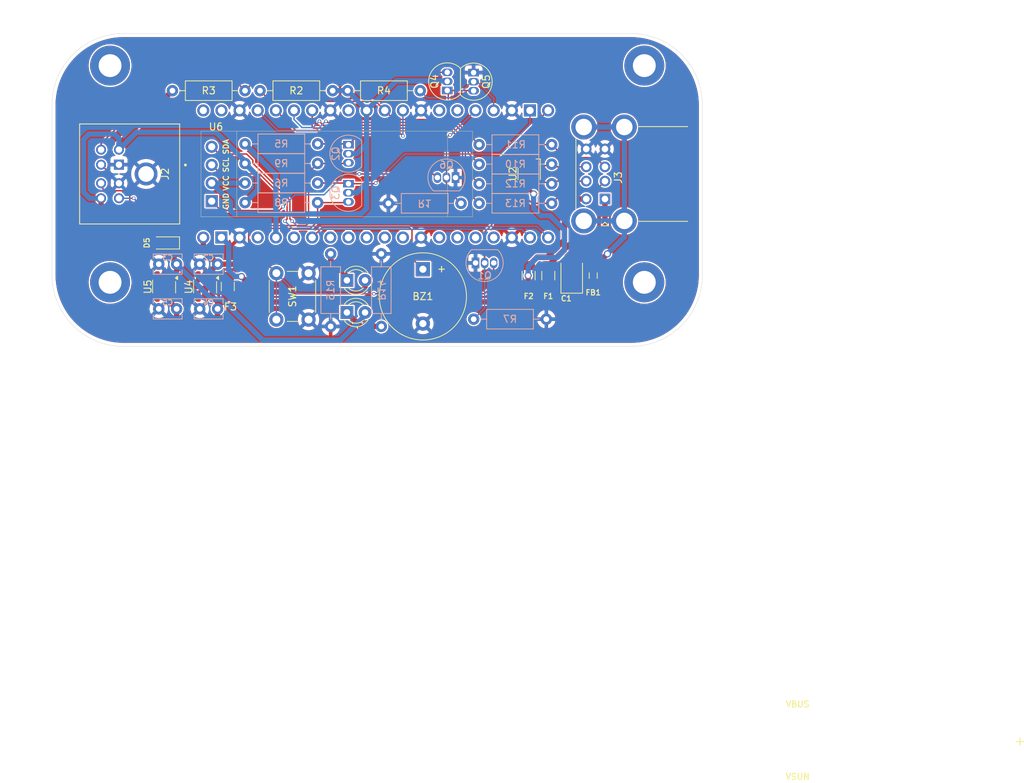
<source format=kicad_pcb>
(kicad_pcb (version 20240108) (generator "pcbnew") (generator_version "8.0")
  (layers (0 "F.Cu" signal) (31 "B.Cu" signal) (34 "B.Paste" user) (35 "F.Paste" user) (36 "B.SilkS" user "B.Silkscreen") (37 "F.SilkS" user "F.Silkscreen") (38 "B.Mask" user) (39 "F.Mask" user) (44 "Edge.Cuts" user))
  (net 0 "")
  (net 1 "/BUZZER")
  (net 2 "GND")
  (net 3 "+5V")
  (net 4 "VBUS")
  (net 5 "VSUN")
  (net 6 "/VRAW")
  (net 7 "Net-(D1-K)")
  (net 8 "Net-(D4-K)")
  (net 9 "/VBUS1")
  (net 10 "/VBUS2")
  (net 11 "GNDPWR")
  (net 21 "/SPOWER")
  (net 22 "/KRX")
  (net 23 "/KTX")
  (net 24 "/MTX")
  (net 25 "/D2-")
  (net 26 "/D1+")
  (net 27 "/D1-")
  (net 28 "/D2+")
  (net 29 "+3V3")
  (net 30 "/INT_KTX")
  (net 31 "/INT_KRX")
  (net 32 "/INT_MTX")
  (net 33 "/INT_SPOWER")
  (net 34 "/KTX_ENABLE#")
  (net 35 "/DISPLAY_GND")
  (net 36 "/DISPLAY_ENABLE")
  (net 37 "/INT_D2+")
  (net 38 "/INT_D2-")
  (net 39 "/INT_D1+")
  (net 40 "/INT_D1-")
  (net 44 "/DISPLAY_SDA")
  (net 48 "/DISPLAY_SCL")
  (net 50 "/UART_TX")
  (net 51 "/UART_RX")
  (footprint "Resistor_THT:R_Axial_DIN0207_L6.3mm_D2.5mm_P10.16mm_Horizontal" (layer "F.Cu") (at 97.35 48.2484 180)
    (property "Reference" "R2")
    (property "Value" "20kΩ")
  )
  (footprint "MountingHole:MountingHole_3.2mm_M3_DIN965_Pad_TopBottom" (layer "F.Cu") (at 66.204 75.071002)
    (property "Reference" "H4" (hide yes))
    (property "Value" "MountingHole")
  )
  (footprint "Fuse:Fuse_1206_3216Metric" (layer "F.Cu") (at 127.532 74.131 -90)
    (property "Reference" "F1")
    (property "Value" "500mA")
  )
  (footprint "Package_TO_SOT_THT:TO-92_Inline" (layer "F.Cu") (at 117.078478 45.721478 -90)
    (property "Reference" "Q5")
    (property "Value" "2N7000")
  )
  (footprint "MountingHole:MountingHole_3.2mm_M3_DIN965_Pad_TopBottom" (layer "F.Cu") (at 66.204 44.742998)
    (property "Reference" "H3" (hide yes))
    (property "Value" "MountingHole")
  )
  (footprint "Resistor_THT:R_Axial_DIN0207_L6.3mm_D2.5mm_P10.16mm_Horizontal" (layer "F.Cu") (at 99.45 48.2484)
    (property "Reference" "R4")
    (property "Value" "20kΩ")
  )
  (footprint "Resistor_THT:R_Axial_DIN0207_L6.3mm_D2.5mm_P10.16mm_Horizontal" (layer "F.Cu") (at 74.93 48.2484)
    (property "Reference" "R3")
    (property "Value" "20kΩ")
  )
  (footprint "MountingHole:MountingHole_3.2mm_M3_DIN965_Pad_TopBottom" (layer "F.Cu") (at 140.97 75.071002)
    (property "Reference" "H2" (hide yes))
    (property "Value" "MountingHole")
  )
  (footprint "marbastlib-various:SOT-23-6-routable" (layer "F.Cu") (at 124.860285 59.907002 -90)
    (property "Reference" "U2")
    (property "Value" "SRV05-4")
  )
  (footprint "Buzzer_Beeper:Buzzer_12x9.5RM7.6" (layer "F.Cu") (at 109.982 73.242 -90)
    (property "Reference" "BZ1")
    (property "Value" "SEA-1285F")
  )
  (footprint "Fuse:Fuse_1206_3216Metric" (layer "F.Cu") (at 124.784 74.131 -90)
    (property "Reference" "F2")
    (property "Value" "500mA")
  )
  (footprint "Package_TO_SOT_THT:TO-92_Inline" (layer "F.Cu") (at 113.39 48.223 90)
    (property "Reference" "Q4")
    (property "Value" "2N7000")
  )
  (footprint "Connector_USB:USB_A_CUI_UJ2-ADH-TH_Horizontal_Stacked" (layer "F.Cu") (at 135.462 63.407002 180)
    (property "Reference" "J3")
    (property "Value" "USB-U267-BWS")
  )
  (footprint "Inductor_SMD:L_0805_2012Metric" (layer "F.Cu") (at 133.818 74.131 -90)
    (property "Reference" "FB1")
    (property "Value" "GZ2012D601TF")
  )
  (footprint "Diode_SMD:D_SOD-323_HandSoldering" (layer "F.Cu") (at 73.914 69.559 180)
    (property "Reference" "D5")
    (property "Value" "SDD32C05L01")
  )
  (footprint "KiCad-SSD1306-0.91-OLED-4pin-128x32:SSD1306-0.91-OLED-4pin-128x32" (layer "F.Cu") (at 116.929 65.907 180)
    (property "Reference" "U6")
    (property "Value" "~")
  )
  (footprint "LED_THT:LED_D3.0mm" (layer "F.Cu") (at 99.345 79.292)
    (property "Reference" "D4" (hide yes))
    (property "Value" "~")
  )
  (footprint "MountingHole:MountingHole_3.2mm_M3_DIN965_Pad_TopBottom" (layer "F.Cu") (at 140.97 44.743002)
    (property "Reference" "H1" (hide yes))
    (property "Value" "MountingHole")
  )
  (footprint "Package_TO_SOT_SMD:SOT-23-5_HandSoldering" (layer "F.Cu") (at 73.77 75.655 -90)
    (property "Reference" "U5")
    (property "Value" "MAX40200AUK")
  )
  (footprint "Fuse:Fuse_1206_3216Metric" (layer "F.Cu") (at 82.677 75.655 90)
    (property "Reference" "F3")
    (property "Value" "1A5")
  )
  (footprint "Button_Switch_THT:SW_PUSH_6mm_H4.3mm" (layer "F.Cu") (at 93.98 73.787 -90)
    (property "Reference" "SW1")
    (property "Value" "TS665CJ")
  )
  (footprint "Capacitor_Tantalum_SMD:CP_EIA-3528-21_Kemet-B" (layer "F.Cu") (at 130.81 74.131 90)
    (property "Reference" "C1")
    (property "Value" "100uF")
  )
  (footprint "Package_TO_SOT_SMD:SOT-23-5_HandSoldering" (layer "F.Cu") (at 79.502 75.655 -90)
    (property "Reference" "U4")
    (property "Value" "MAX40200AUK")
  )
  (footprint "LED_THT:LED_D3.0mm" (layer "F.Cu") (at 99.345 74.792)
    (property "Reference" "D1" (hide yes))
    (property "Value" "~")
  )
  (footprint "usb3sun:Altronics_P1108_8918-P8B" (layer "F.Cu") (at 75.946 59.907 90)
    (property "Reference" "J2")
    (property "Value" "8918-P8B")
  )
  (footprint "Resistor_THT:R_Axial_DIN0207_L6.3mm_D2.5mm_P10.16mm_Horizontal" (layer "B.Cu") (at 85.09 55.697)
    (property "Reference" "R5")
    (property "Value" "20kΩ")
  )
  (footprint "Package_TO_SOT_THT:TO-92_Inline" (layer "B.Cu") (at 99.566 55.807 -90)
    (property "Reference" "Q2")
    (property "Value" "2N7000")
  )
  (footprint "Resistor_THT:R_Axial_DIN0207_L6.3mm_D2.5mm_P10.16mm_Horizontal" (layer "B.Cu") (at 128.010285 64.017002 180)
    (property "Reference" "R13")
    (property "Value" "22Ω")
  )
  (footprint "Package_TO_SOT_THT:TO-92_Inline" (layer "B.Cu") (at 99.566 61.267 -90)
    (property "Reference" "Q3")
    (property "Value" "2N7000")
  )
  (footprint "Resistor_THT:R_Axial_DIN0207_L6.3mm_D2.5mm_P10.16mm_Horizontal" (layer "B.Cu") (at 128.010285 55.797002 180)
    (property "Reference" "R11")
    (property "Value" "22Ω")
  )
  (footprint "Capacitor_THT:C_Disc_D3.8mm_W2.6mm_P2.50mm" (layer "B.Cu") (at 81.252 72.5253 180)
    (property "Reference" "C2")
    (property "Value" "330pF")
  )
  (footprint "Resistor_THT:R_Axial_DIN0207_L6.3mm_D2.5mm_P10.16mm_Horizontal" (layer "B.Cu") (at 85.09 58.437)
    (property "Reference" "R9")
    (property "Value" "20kΩ")
  )
  (footprint "Capacitor_THT:C_Disc_D3.8mm_W2.6mm_P2.50mm" (layer "B.Cu") (at 81.252 78.7847 180)
    (property "Reference" "C4")
    (property "Value" "330pF")
  )
  (footprint "Package_TO_SOT_THT:TO-92_Inline" (layer "B.Cu") (at 114.554 60.415 180)
    (property "Reference" "Q6")
    (property "Value" "2N7000")
  )
  (footprint "CustomFootprints:Pico-BlackPill_Textless" (layer "B.Cu") (at 103.378 59.907 -90)
    (property "Reference" "U1" (hide yes))
    (property "Value" "Pico")
  )
  (footprint "Resistor_THT:R_Axial_DIN0207_L6.3mm_D2.5mm_P10.16mm_Horizontal" (layer "B.Cu") (at 128.010285 61.277002 180)
    (property "Reference" "R12")
    (property "Value" "22Ω")
  )
  (footprint "Resistor_THT:R_Axial_DIN0207_L6.3mm_D2.5mm_P10.16mm_Horizontal" (layer "B.Cu") (at 104.164 81.243 90)
    (property "Reference" "R14")
    (property "Value" "1kΩ")
  )
  (footprint "Resistor_THT:R_Axial_DIN0207_L6.3mm_D2.5mm_P10.16mm_Horizontal" (layer "B.Cu") (at 85.09 61.177)
    (property "Reference" "R6")
    (property "Value" "20kΩ")
  )
  (footprint "Capacitor_THT:C_Disc_D3.8mm_W2.6mm_P2.50mm" (layer "B.Cu") (at 75.52 78.7847 180)
    (property "Reference" "C5")
    (property "Value" "330pF")
  )
  (footprint "Package_TO_SOT_THT:TO-92_Inline" (layer "B.Cu") (at 117.348 72.353)
    (property "Reference" "Q1")
    (property "Value" "2N7000")
  )
  (footprint "Resistor_THT:R_Axial_DIN0207_L6.3mm_D2.5mm_P10.16mm_Horizontal" (layer "B.Cu") (at 128.010285 58.537002 180)
    (property "Reference" "R10")
    (property "Value" "22Ω")
  )
  (footprint "Resistor_THT:R_Axial_DIN0207_L6.3mm_D2.5mm_P10.16mm_Horizontal" (layer "B.Cu") (at 115.316 64.017002 180)
    (property "Reference" "R1")
    (property "Value" "20kΩ")
  )
  (footprint "Resistor_THT:R_Axial_DIN0207_L6.3mm_D2.5mm_P10.16mm_Horizontal" (layer "B.Cu") (at 97.076 71.083 -90)
    (property "Reference" "R15")
    (property "Value" "1kΩ")
  )
  (footprint "Resistor_THT:R_Axial_DIN0207_L6.3mm_D2.5mm_P10.16mm_Horizontal" (layer "B.Cu") (at 117.094 80.227)
    (property "Reference" "R7")
    (property "Value" "20kΩ")
  )
  (footprint "Capacitor_THT:C_Disc_D3.8mm_W2.6mm_P2.50mm" (layer "B.Cu") (at 75.52 72.5253 180)
    (property "Reference" "C3")
    (property "Value" "330pF")
  )
  (footprint "Resistor_THT:R_Axial_DIN0207_L6.3mm_D2.5mm_P10.16mm_Horizontal" (layer "B.Cu") (at 85.09 63.917)
    (property "Reference" "R8")
    (property "Value" "20kΩ")
  )
  (gr_line (start 193.548 138.8405) (end 193.548 139.8565) (stroke (width 0.15)) (layer "F.SilkS"))
  (gr_line (start 193.04 139.3485) (end 194.056 139.3485) (stroke (width 0.15)) (layer "F.SilkS"))
  (gr_arc (start 139.098 40.255004) (mid 146.169066 43.183936) (end 149.098 50.255004) (stroke (width 0.05)) (layer "Edge.Cuts"))
  (gr_line (start 68.076 40.255) (end 139.098 40.255004) (stroke (width 0.05)) (layer "Edge.Cuts"))
  (gr_line (start 139.098 84.037) (end 68.076 84.037) (stroke (width 0.05)) (layer "Edge.Cuts"))
  (gr_arc (start 58.076 50.255) (mid 61.004932 43.183932) (end 68.076 40.255) (stroke (width 0.05)) (layer "Edge.Cuts"))
  (gr_line (start 149.098 50.255004) (end 149.098 74.037) (stroke (width 0.05)) (layer "Edge.Cuts"))
  (gr_arc (start 68.076 84.037) (mid 61.004932 81.108068) (end 58.076 74.037) (stroke (width 0.05)) (layer "Edge.Cuts"))
  (gr_arc (start 149.098 74.037) (mid 146.169068 81.108068) (end 139.098 84.037) (stroke (width 0.05)) (layer "Edge.Cuts"))
  (gr_line (start 58.076 74.037) (end 58.076 50.255) (stroke (width 0.05)) (layer "Edge.Cuts"))
  (gr_text "VSUN" (at 162.433487 143.764 0) (layer "F.SilkS") (effects (font (size 0.85 0.85) (thickness 0.17) (bold yes)) (justify top)))
  (gr_text "VBUS" (at 162.433487 134.62 0) (layer "F.SilkS") (effects (font (size 0.85 0.85) (thickness 0.17) (bold yes)) (justify bottom)))
  (segment (start 109.982 73.242) (end 108.458 71.718) (width 0.2) (layer "F.Cu") (net 1))
  (segment (start 108.458 71.718) (end 108.458 67.781) (width 0.2) (layer "F.Cu") (net 1))
  (segment (start 108.458 67.781) (end 108.077 67.4) (width 0.2) (layer "F.Cu") (net 1))
  (segment (start 108.077 67.4) (end 95.885 67.4) (width 0.2) (layer "F.Cu") (net 1))
  (segment (start 95.885 67.4) (end 94.488 68.797) (width 0.2) (layer "F.Cu") (net 1))
  (segment (start 130.81 75.6685) (end 127.6695 75.6685) (width 0.75) (layer "F.Cu") (net 3))
  (segment (start 127.532 75.531) (end 124.784 75.531) (width 0.75) (layer "F.Cu") (net 3))
  (segment (start 122.499682 77.815318) (end 124.784 75.531) (width 0.75) (layer "F.Cu") (net 3))
  (segment (start 124.860285 61.082002) (end 124.860285 62.085285) (width 0.5) (layer "F.Cu") (net 3))
  (segment (start 127.6695 75.6685) (end 127.532 75.531) (width 0.75) (layer "F.Cu") (net 3))
  (segment (start 124.860285 62.085285) (end 125.476 62.701) (width 0.5) (layer "F.Cu") (net 3))
  (segment (start 124.714 74.131) (end 124.714 75.461) (width 0.75) (layer "F.Cu") (net 3))
  (segment (start 84.582 74.255) (end 82.677 74.255) (width 0.75) (layer "F.Cu") (net 3))
  (segment (start 124.714 75.461) (end 124.784 75.531) (width 0.75) (layer "F.Cu") (net 3))
  (segment (start 84.582 74.255) (end 88.142318 77.815318) (width 0.75) (layer "F.Cu") (net 3))
  (segment (start 88.142318 77.815318) (end 122.499682 77.815318) (width 0.75) (layer "F.Cu") (net 3))
  (via (at 124.714 74.131) (size 1) (drill 0.65) (layers "F.Cu" "B.Cu") (net 3))
  (via (at 125.476 62.701) (size 1) (drill 0.65) (layers "F.Cu" "B.Cu") (net 3))
  (via (at 84.582 74.255) (size 1) (drill 0.65) (layers "F.Cu" "B.Cu") (net 3))
  (segment (start 125.984 71.591) (end 128.778 71.591) (width 0.75) (layer "B.Cu") (net 3))
  (segment (start 128.778 71.591) (end 129.794 70.575) (width 0.75) (layer "B.Cu") (net 3))
  (segment (start 127.797739 65.749) (end 126.492 65.749) (width 0.75) (layer "B.Cu") (net 3))
  (segment (start 129.794 67.745261) (end 127.797739 65.749) (width 0.75) (layer "B.Cu") (net 3))
  (segment (start 82.804 73.369) (end 82.804 69.813) (width 0.75) (layer "B.Cu") (net 3))
  (segment (start 124.714 74.131) (end 124.714 72.861) (width 0.75) (layer "B.Cu") (net 3))
  (segment (start 84.582 74.255) (end 83.69 74.255) (width 0.75) (layer "B.Cu") (net 3))
  (segment (start 125.476 64.733) (end 125.476 62.701) (width 0.75) (layer "B.Cu") (net 3))
  (segment (start 82.804 69.813) (end 81.788 68.797) (width 0.75) (layer "B.Cu") (net 3))
  (segment (start 129.794 70.575) (end 129.794 67.745261) (width 0.75) (layer "B.Cu") (net 3))
  (segment (start 126.492 65.749) (end 125.476 64.733) (width 0.75) (layer "B.Cu") (net 3))
  (segment (start 83.69 74.255) (end 82.804 73.369) (width 0.75) (layer "B.Cu") (net 3))
  (segment (start 124.714 72.861) (end 125.984 71.591) (width 0.75) (layer "B.Cu") (net 3))
  (segment (start 80.452 74.305) (end 80.452 73.3253) (width 0.75) (layer "F.Cu") (net 4))
  (segment (start 101.885 74.792) (end 101.885 76.064792) (width 0.75) (layer "F.Cu") (net 4))
  (segment (start 79.248 70.5213) (end 79.248 68.797) (width 0.75) (layer "F.Cu") (net 4))
  (segment (start 101.885 76.064792) (end 101.532792 76.417) (width 0.75) (layer "F.Cu") (net 4))
  (segment (start 101.532792 76.417) (end 88.9 76.417) (width 0.75) (layer "F.Cu") (net 4))
  (segment (start 88.9 76.417) (end 85.0083 72.5253) (width 0.75) (layer "F.Cu") (net 4))
  (segment (start 80.452 73.3253) (end 81.252 72.5253) (width 0.75) (layer "F.Cu") (net 4))
  (segment (start 85.0083 72.5253) (end 81.252 72.5253) (width 0.75) (layer "F.Cu") (net 4))
  (segment (start 81.252 72.5253) (end 79.248 70.5213) (width 0.75) (layer "F.Cu") (net 4))
  (segment (start 75.164 72.1693) (end 75.52 72.5253) (width 0.75) (layer "F.Cu") (net 5))
  (segment (start 67.818 67.273) (end 72.878 67.273) (width 0.75) (layer "F.Cu") (net 5))
  (segment (start 64.946 63.307) (end 64.946 64.401) (width 0.75) (layer "F.Cu") (net 5))
  (segment (start 75.52 73.505) (end 74.72 74.305) (width 0.75) (layer "F.Cu") (net 5))
  (segment (start 72.878 67.273) (end 75.164 69.559) (width 0.75) (layer "F.Cu") (net 5))
  (segment (start 75.52 72.5253) (end 75.52 73.505) (width 0.75) (layer "F.Cu") (net 5))
  (segment (start 67.446 56.507) (end 67.446 55.7324) (width 0.75) (layer "F.Cu") (net 5))
  (segment (start 64.946 64.401) (end 67.818 67.273) (width 0.75) (layer "F.Cu") (net 5))
  (segment (start 67.446 55.7324) (end 74.93 48.2484) (width 0.75) (layer "F.Cu") (net 5))
  (segment (start 75.164 69.559) (end 75.164 72.1693) (width 0.75) (layer "F.Cu") (net 5))
  (segment (start 85.09 58.129) (end 81.026 54.065) (width 0.75) (layer "B.Cu") (net 5))
  (segment (start 85.09 63.917) (end 86.868 62.139) (width 0.75) (layer "B.Cu") (net 5))
  (segment (start 67.446 56.507) (end 67.446 54.963) (width 0.75) (layer "B.Cu") (net 5))
  (segment (start 63.246 54.319) (end 62.484 55.081) (width 0.75) (layer "B.Cu") (net 5))
  (segment (start 81.026 54.065) (end 69.888 54.065) (width 0.75) (layer "B.Cu") (net 5))
  (segment (start 62.484 55.081) (end 62.484 62.447) (width 0.75) (layer "B.Cu") (net 5))
  (segment (start 62.484 62.447) (end 63.344 63.307) (width 0.75) (layer "B.Cu") (net 5))
  (segment (start 63.344 63.307) (end 64.946 63.307) (width 0.75) (layer "B.Cu") (net 5))
  (segment (start 86.868 62.139) (end 86.868 60.215) (width 0.75) (layer "B.Cu") (net 5))
  (segment (start 80.4044 77.4097) (end 75.52 72.5253) (width 0.75) (layer "B.Cu") (net 5))
  (segment (start 66.802 54.319) (end 63.246 54.319) (width 0.75) (layer "B.Cu") (net 5))
  (segment (start 85.09 58.437) (end 85.09 58.129) (width 0.75) (layer "B.Cu") (net 5))
  (segment (start 86.868 60.215) (end 85.09 58.437) (width 0.75) (layer "B.Cu") (net 5))
  (segment (start 81.821544 77.4097) (end 80.4044 77.4097) (width 0.75) (layer "B.Cu") (net 5))
  (segment (start 101.885 79.702) (end 98.425 83.162) (width 0.75) (layer "B.Cu") (net 5))
  (segment (start 87.573844 83.162) (end 81.821544 77.4097) (width 0.75) (layer "B.Cu") (net 5))
  (segment (start 69.888 54.065) (end 67.446 56.507) (width 0.75) (layer "B.Cu") (net 5))
  (segment (start 101.885 79.292) (end 101.885 79.702) (width 0.75) (layer "B.Cu") (net 5))
  (segment (start 67.446 54.963) (end 66.802 54.319) (width 0.75) (layer "B.Cu") (net 5))
  (segment (start 98.425 83.162) (end 87.573844 83.162) (width 0.75) (layer "B.Cu") (net 5))
  (segment (start 81.252 79.747) (end 81.252 78.7847) (width 0.75) (layer "F.Cu") (net 6))
  (segment (start 76.454 80.989) (end 80.01 80.989) (width 0.75) (layer "F.Cu") (net 6))
  (segment (start 74.72 77.9847) (end 75.52 78.7847) (width 0.75) (layer "F.Cu") (net 6))
  (segment (start 81.252 78.7847) (end 81.252 78.48) (width 0.75) (layer "F.Cu") (net 6))
  (segment (start 75.52 80.055) (end 76.454 80.989) (width 0.75) (layer "F.Cu") (net 6))
  (segment (start 74.72 77.005) (end 74.72 77.9847) (width 0.75) (layer "F.Cu") (net 6))
  (segment (start 81.252 78.7847) (end 81.252 77.805) (width 0.75) (layer "F.Cu") (net 6))
  (segment (start 81.252 77.805) (end 80.452 77.005) (width 0.75) (layer "F.Cu") (net 6))
  (segment (start 81.252 78.48) (end 82.677 77.055) (width 0.75) (layer "F.Cu") (net 6))
  (segment (start 80.01 80.989) (end 81.252 79.747) (width 0.75) (layer "F.Cu") (net 6))
  (segment (start 75.52 78.7847) (end 75.52 80.055) (width 0.75) (layer "F.Cu") (net 6))
  (segment (start 97.076 71.962) (end 97.076 71.083) (width 0.75) (layer "F.Cu") (net 7))
  (segment (start 99.345 74.231) (end 97.076 71.962) (width 0.75) (layer "F.Cu") (net 7))
  (segment (start 99.345 74.792) (end 99.345 74.231) (width 0.75) (layer "F.Cu") (net 7))
  (segment (start 99.345 79.292) (end 101.296 81.243) (width 0.75) (layer "F.Cu") (net 8))
  (segment (start 101.296 81.243) (end 104.164 81.243) (width 0.75) (layer "F.Cu") (net 8))
  (segment (start 135.462 67.955) (end 135.462 63.407002) (width 0.75) (layer "F.Cu") (net 9))
  (segment (start 127.532 72.731) (end 130.45 69.813) (width 0.75) (layer "F.Cu") (net 9))
  (segment (start 133.604 69.813) (end 135.462 67.955) (width 0.75) (layer "F.Cu") (net 9))
  (segment (start 130.45 69.813) (end 133.604 69.813) (width 0.75) (layer "F.Cu") (net 9))
  (segment (start 129.794 64.987) (end 131.373998 63.407002) (width 0.75) (layer "F.Cu") (net 10))
  (segment (start 129.794 69.125498) (end 129.794 64.987) (width 0.75) (layer "F.Cu") (net 10))
  (segment (start 124.784 72.731) (end 125.984 71.531) (width 0.75) (layer "F.Cu") (net 10))
  (segment (start 125.984 71.531) (end 127.388498 71.531) (width 0.75) (layer "F.Cu") (net 10))
  (segment (start 127.388498 71.531) (end 129.794 69.125498) (width 0.75) (layer "F.Cu") (net 10))
  (segment (start 131.373998 63.407002) (end 132.842 63.407002) (width 0.75) (layer "F.Cu") (net 10))
  (segment (start 135.8035 71.083) (end 133.818 73.0685) (width 0.75) (layer "F.Cu") (net 11))
  (via (at 135.8035 71.083) (size 1) (drill 0.65) (layers "F.Cu" "B.Cu") (net 11))
  (segment (start 135.8035 71.083) (end 138.172 68.7145) (width 0.75) (layer "B.Cu") (net 11))
  (segment (start 132.492 66.477002) (end 138.172 66.477002) (width 0.75) (layer "B.Cu") (net 11))
  (segment (start 138.172 66.477002) (end 138.172 53.337002) (width 0.75) (layer "B.Cu") (net 11))
  (segment (start 138.172 53.337002) (end 132.492 53.337002) (width 0.75) (layer "B.Cu") (net 11))
  (segment (start 138.172 68.7145) (end 138.172 66.477002) (width 0.75) (layer "B.Cu") (net 11))
  (segment (start 74.110314 66.257) (end 68.326 66.257) (width 0.2) (layer "F.Cu") (net 21))
  (segment (start 84.836 67.273) (end 75.126314 67.273) (width 0.2) (layer "F.Cu") (net 21))
  (segment (start 66.167 62.9185) (end 64.946 61.6975) (width 0.2) (layer "F.Cu") (net 21))
  (segment (start 64.946 61.6975) (end 64.946 61.207) (width 0.2) (layer "F.Cu") (net 21))
  (segment (start 85.598 69.905) (end 85.598 68.035) (width 0.2) (layer "F.Cu") (net 21))
  (segment (start 103.124 76.671) (end 118.618 76.671) (width 0.2) (layer "F.Cu") (net 21))
  (segment (start 85.598 68.035) (end 84.836 67.273) (width 0.2) (layer "F.Cu") (net 21))
  (segment (start 119.888 75.401) (end 119.888 72.353) (width 0.2) (layer "F.Cu") (net 21))
  (segment (start 118.618 76.671) (end 119.888 75.401) (width 0.2) (layer "F.Cu") (net 21))
  (segment (start 89.48 73.787) (end 85.598 69.905) (width 0.2) (layer "F.Cu") (net 21))
  (segment (start 66.167 64.098) (end 66.167 62.9185) (width 0.2) (layer "F.Cu") (net 21))
  (segment (start 68.326 66.257) (end 66.167 64.098) (width 0.2) (layer "F.Cu") (net 21))
  (segment (start 75.126314 67.273) (end 74.110314 66.257) (width 0.2) (layer "F.Cu") (net 21))
  (via (at 103.124 76.671) (size 0.5) (drill 0.3) (layers "F.Cu" "B.Cu") (net 21))
  (segment (start 89.48 73.787) (end 89.48 80.287) (width 0.2) (layer "B.Cu") (net 21))
  (segment (start 103.124 76.671) (end 92.364 76.671) (width 0.2) (layer "B.Cu") (net 21))
  (segment (start 92.364 76.671) (end 89.48 73.787) (width 0.2) (layer "B.Cu") (net 21))
  (segment (start 71.661 65.457) (end 74.441686 65.457) (width 0.2) (layer "F.Cu") (net 22))
  (segment (start 74.441686 65.457) (end 75.457686 66.473) (width 0.2) (layer "F.Cu") (net 22))
  (segment (start 69.511 63.307) (end 71.661 65.457) (width 0.2) (layer "F.Cu") (net 22))
  (segment (start 99.476 58.437) (end 99.566 58.347) (width 0.2) (layer "F.Cu") (net 22))
  (segment (start 95.25 58.437) (end 99.476 58.437) (width 0.2) (layer "F.Cu") (net 22))
  (segment (start 85.821372 67.127) (end 93.618 67.127) (width 0.2) (layer "F.Cu") (net 22))
  (segment (start 93.618 67.127) (end 93.98 66.765) (width 0.2) (layer "F.Cu") (net 22))
  (segment (start 75.457686 66.473) (end 85.167372 66.473) (width 0.2) (layer "F.Cu") (net 22))
  (segment (start 93.98 66.765) (end 93.98 59.707) (width 0.2) (layer "F.Cu") (net 22))
  (segment (start 93.98 59.707) (end 95.25 58.437) (width 0.2) (layer "F.Cu") (net 22))
  (segment (start 85.167372 66.473) (end 85.821372 67.127) (width 0.2) (layer "F.Cu") (net 22))
  (via (at 69.511 63.307) (size 0.5) (drill 0.3) (layers "F.Cu" "B.Cu") (net 22))
  (segment (start 69.511 63.307) (end 67.446 63.307) (width 0.2) (layer "B.Cu") (net 22))
  (segment (start 64.946 55.667) (end 73.914 46.699) (width 0.2) (layer "F.Cu") (net 23))
  (segment (start 87.6554 45.683) (end 85.09 48.2484) (width 0.2) (layer "F.Cu") (net 23))
  (segment (start 83.5406 46.699) (end 85.09 48.2484) (width 0.2) (layer "F.Cu") (net 23))
  (segment (start 73.914 46.699) (end 83.5406 46.699) (width 0.2) (layer "F.Cu") (net 23))
  (segment (start 113.39 45.683) (end 87.6554 45.683) (width 0.2) (layer "F.Cu") (net 23))
  (segment (start 64.946 56.507) (end 64.946 55.667) (width 0.2) (layer "F.Cu") (net 23))
  (segment (start 66.1924 61.6342) (end 66.802 62.2438) (width 0.2) (layer "F.Cu") (net 24))
  (segment (start 85.655686 67.527) (end 94.234 67.527) (width 0.2) (layer "F.Cu") (net 24))
  (segment (start 75.292 66.873) (end 85.001686 66.873) (width 0.2) (layer "F.Cu") (net 24))
  (segment (start 68.3768 62.2438) (end 68.961 62.828) (width 0.2) (layer "F.Cu") (net 24))
  (segment (start 95.25 66.511) (end 95.25 63.917) (width 0.2) (layer "F.Cu") (net 24))
  (segment (start 99.456 63.917) (end 99.566 63.807) (width 0.2) (layer "F.Cu") (net 24))
  (segment (start 66.1924 59.8534) (end 66.1924 61.6342) (width 0.2) (layer "F.Cu") (net 24))
  (segment (start 94.234 67.527) (end 95.25 66.511) (width 0.2) (layer "F.Cu") (net 24))
  (segment (start 66.802 62.2438) (end 68.3768 62.2438) (width 0.2) (layer "F.Cu") (net 24))
  (segment (start 68.961 65.368) (end 69.45 65.857) (width 0.2) (layer "F.Cu") (net 24))
  (segment (start 64.946 58.607) (end 66.1924 59.8534) (width 0.2) (layer "F.Cu") (net 24))
  (segment (start 69.45 65.857) (end 74.276 65.857) (width 0.2) (layer "F.Cu") (net 24))
  (segment (start 68.961 62.828) (end 68.961 65.368) (width 0.2) (layer "F.Cu") (net 24))
  (segment (start 95.25 63.917) (end 99.456 63.917) (width 0.2) (layer "F.Cu") (net 24))
  (segment (start 74.276 65.857) (end 75.292 66.873) (width 0.2) (layer "F.Cu") (net 24))
  (segment (start 85.001686 66.873) (end 85.655686 67.527) (width 0.2) (layer "F.Cu") (net 24))
  (segment (start 125.268002 64.017002) (end 123.910285 62.659285) (width 0.2) (layer "F.Cu") (net 25))
  (segment (start 129.834287 62.193) (end 128.010285 64.017002) (width 0.2) (layer "F.Cu") (net 25))
  (segment (start 135.462 60.907002) (end 134.176002 62.193) (width 0.2) (layer "F.Cu") (net 25))
  (segment (start 128.010285 64.017002) (end 125.268002 64.017002) (width 0.2) (layer "F.Cu") (net 25))
  (segment (start 134.176002 62.193) (end 129.834287 62.193) (width 0.2) (layer "F.Cu") (net 25))
  (segment (start 123.910285 62.659285) (end 123.910285 61.082002) (width 0.2) (layer "F.Cu") (net 25))
  (segment (start 125.810285 58.732002) (end 127.815285 58.732002) (width 0.2) (layer "F.Cu") (net 26))
  (segment (start 132.842 58.907002) (end 128.380285 58.907002) (width 0.2) (layer "F.Cu") (net 26))
  (segment (start 127.815285 58.732002) (end 128.010285 58.537002) (width 0.2) (layer "F.Cu") (net 26))
  (segment (start 128.380285 58.907002) (end 128.010285 58.537002) (width 0.2) (layer "F.Cu") (net 26))
  (segment (start 128.010285 61.277002) (end 128.380285 60.907002) (width 0.2) (layer "F.Cu") (net 27))
  (segment (start 125.810285 61.082002) (end 127.815285 61.082002) (width 0.2) (layer "F.Cu") (net 27))
  (segment (start 127.815285 61.082002) (end 128.010285 61.277002) (width 0.2) (layer "F.Cu") (net 27))
  (segment (start 128.380285 60.907002) (end 132.842 60.907002) (width 0.2) (layer "F.Cu") (net 27))
  (segment (start 135.462 58.907002) (end 134.175998 57.621) (width 0.2) (layer "F.Cu") (net 28))
  (segment (start 123.910285 58.732002) (end 123.910285 57.408715) (width 0.2) (layer "F.Cu") (net 28))
  (segment (start 123.910285 57.408715) (end 125.521998 55.797002) (width 0.2) (layer "F.Cu") (net 28))
  (segment (start 125.521998 55.797002) (end 128.010285 55.797002) (width 0.2) (layer "F.Cu") (net 28))
  (segment (start 129.834283 57.621) (end 128.010285 55.797002) (width 0.2) (layer "F.Cu") (net 28))
  (segment (start 134.175998 57.621) (end 129.834283 57.621) (width 0.2) (layer "F.Cu") (net 28))
  (segment (start 102.108 51.017) (end 106.2516 46.8734) (width 0.75) (layer "B.Cu") (net 29))
  (segment (start 83.058 64.987) (end 83.566 65.495) (width 0.75) (layer "B.Cu") (net 29))
  (segment (start 113.3104 46.8734) (end 113.39 46.953) (width 0.75) (layer "B.Cu") (net 29))
  (segment (start 100.721 62.537) (end 99.566 62.537) (width 0.75) (layer "B.Cu") (net 29))
  (segment (start 89.408 60.015) (end 85.09 55.697) (width 0.75) (layer "B.Cu") (net 29))
  (segment (start 102.108 61.15) (end 100.721 62.537) (width 0.75) (layer "B.Cu") (net 29))
  (segment (start 102.108 64.733) (end 102.108 61.15) (width 0.75) (layer "B.Cu") (net 29))
  (segment (start 102.108 55.69) (end 100.721 57.077) (width 0.75) (layer "B.Cu") (net 29))
  (segment (start 99.45 48.2484) (end 97.35 48.2484) (width 0.75) (layer "B.Cu") (net 29))
  (segment (start 102.108 51.017) (end 102.108 50.9064) (width 0.75) (layer "B.Cu") (net 29))
  (segment (start 101.346 65.495) (end 102.108 64.733) (width 0.75) (layer "B.Cu") (net 29))
  (segment (start 83.058 63.806) (end 83.058 64.987) (width 0.75) (layer "B.Cu") (net 29))
  (segment (start 83.566 65.495) (end 89.408 65.495) (width 0.75) (layer "B.Cu") (net 29))
  (segment (start 102.108 55.69) (end 102.108 61.15) (width 0.75) (layer "B.Cu") (net 29))
  (segment (start 85.09 61.177) (end 80.429 61.177) (width 0.75) (layer "B.Cu") (net 29))
  (segment (start 100.721 57.077) (end 99.566 57.077) (width 0.75) (layer "B.Cu") (net 29))
  (segment (start 102.108 51.017) (end 102.108 55.69) (width 0.75) (layer "B.Cu") (net 29))
  (segment (start 102.108 50.9064) (end 99.45 48.2484) (width 0.75) (layer "B.Cu") (net 29))
  (segment (start 89.408 68.797) (end 89.408 65.495) (width 0.75) (layer "B.Cu") (net 29))
  (segment (start 106.2516 46.8734) (end 113.3104 46.8734) (width 0.75) (layer "B.Cu") (net 29))
  (segment (start 89.408 65.495) (end 89.408 60.015) (width 0.75) (layer "B.Cu") (net 29))
  (segment (start 83.566 65.495) (end 101.346 65.495) (width 0.75) (layer "B.Cu") (net 29))
  (segment (start 80.429 61.177) (end 83.058 63.806) (width 0.75) (layer "B.Cu") (net 29))
  (segment (start 87.19 48.2484) (end 88.6886 49.747) (width 0.2) (layer "F.Cu") (net 30))
  (segment (start 104.648 51.017) (end 105.922 52.291) (width 0.2) (layer "F.Cu") (net 30))
  (segment (start 113.026 52.291) (end 113.538 51.779) (width 0.2) (layer "F.Cu") (net 30))
  (segment (start 117.04 48.223) (end 117.078478 48.261478) (width 0.2) (layer "F.Cu") (net 30))
  (segment (start 113.538 48.371) (end 113.39 48.223) (width 0.2) (layer "F.Cu") (net 30))
  (segment (start 103.378 49.747) (end 104.648 51.017) (width 0.2) (layer "F.Cu") (net 30))
  (segment (start 88.6886 49.747) (end 103.378 49.747) (width 0.2) (layer "F.Cu") (net 30))
  (segment (start 113.538 51.779) (end 113.538 48.371) (width 0.2) (layer "F.Cu") (net 30))
  (segment (start 113.39 48.223) (end 117.04 48.223) (width 0.2) (layer "F.Cu") (net 30))
  (segment (start 105.922 52.291) (end 113.026 52.291) (width 0.2) (layer "F.Cu") (net 30))
  (segment (start 106.934 54.319) (end 101.054 54.319) (width 0.2) (layer "F.Cu") (net 31))
  (segment (start 99.456 55.697) (end 95.25 55.697) (width 0.2) (layer "F.Cu") (net 31))
  (segment (start 101.054 54.319) (end 99.566 55.807) (width 0.2) (layer "F.Cu") (net 31))
  (segment (start 107.188 54.573) (end 106.934 54.319) (width 0.2) (layer "F.Cu") (net 31))
  (segment (start 99.566 55.807) (end 99.456 55.697) (width 0.2) (layer "F.Cu") (net 31))
  (via (at 107.188 54.573) (size 0.5) (drill 0.3) (layers "F.Cu" "B.Cu") (net 31))
  (segment (start 107.188 51.017) (end 107.188 54.573) (width 0.2) (layer "B.Cu") (net 31))
  (segment (start 95.36 55.807) (end 95.25 55.697) (width 0.2) (layer "B.Cu") (net 31))
  (segment (start 95.25 61.177) (end 99.476 61.177) (width 0.2) (layer "F.Cu") (net 32))
  (segment (start 103.288 61.267) (end 99.566 61.267) (width 0.2) (layer "F.Cu") (net 32))
  (segment (start 99.476 61.177) (end 99.566 61.267) (width 0.2) (layer "F.Cu") (net 32))
  (segment (start 103.378 61.177) (end 103.288 61.267) (width 0.2) (layer "F.Cu") (net 32))
  (via (at 103.378 61.177) (size 0.5) (drill 0.3) (layers "F.Cu" "B.Cu") (net 32))
  (segment (start 107.442 57.113) (end 103.378 61.177) (width 0.2) (layer "B.Cu") (net 32))
  (segment (start 124.968 52.974922) (end 120.829922 57.113) (width 0.2) (layer "B.Cu") (net 32))
  (segment (start 124.968 51.017) (end 124.968 52.974922) (width 0.2) (layer "B.Cu") (net 32))
  (segment (start 120.829922 57.113) (end 107.442 57.113) (width 0.2) (layer "B.Cu") (net 32))
  (segment (start 127.508 51.017) (end 119.634 58.891) (width 0.2) (layer "F.Cu") (net 33))
  (segment (start 119.634 58.891) (end 119.634 67.019) (width 0.2) (layer "F.Cu") (net 33))
  (segment (start 119.634 67.019) (end 118.618 68.035) (width 0.2) (layer "F.Cu") (net 33))
  (segment (start 118.618 68.035) (end 118.618 72.353) (width 0.2) (layer "F.Cu") (net 33))
  (segment (start 118.618 72.353) (end 118.618 78.703) (width 0.2) (layer "B.Cu") (net 33))
  (segment (start 118.618 78.703) (end 117.094 80.227) (width 0.2) (layer "B.Cu") (net 33))
  (segment (start 119.888 49.301) (end 117.578478 46.991478) (width 0.2) (layer "B.Cu") (net 34))
  (segment (start 117.578478 46.991478) (end 117.078478 46.991478) (width 0.2) (layer "B.Cu") (net 34))
  (segment (start 119.888 51.017) (end 119.888 49.301) (width 0.2) (layer "B.Cu") (net 34))
  (segment (start 116.801522 46.991478) (end 117.078478 46.991478) (width 0.2) (layer "B.Cu") (net 34))
  (segment (start 114.554 49.239) (end 116.801522 46.991478) (width 0.2) (layer "B.Cu") (net 34))
  (segment (start 109.61 48.2484) (end 110.6006 49.239) (width 0.2) (layer "B.Cu") (net 34))
  (segment (start 110.6006 49.239) (end 114.554 49.239) (width 0.2) (layer "B.Cu") (net 34))
  (segment (start 81.729 65.017) (end 80.429 63.717) (width 0.2) (layer "F.Cu") (net 35))
  (segment (start 89.886 65.017) (end 81.729 65.017) (width 0.2) (layer "F.Cu") (net 35))
  (segment (start 111.892274 60.415) (end 112.014 60.415) (width 0.2) (layer "F.Cu") (net 35))
  (segment (start 90.424 64.479) (end 89.886 65.017) (width 0.2) (layer "F.Cu") (net 35))
  (segment (start 111.384274 59.907) (end 111.892274 60.415) (width 0.2) (layer "F.Cu") (net 35))
  (segment (start 101.092 59.907) (end 111.384274 59.907) (width 0.2) (layer "F.Cu") (net 35))
  (via (at 101.092 59.907) (size 0.5) (drill 0.3) (layers "F.Cu" "B.Cu") (net 35))
  (via (at 90.424 64.479) (size 0.5) (drill 0.3) (layers "F.Cu" "B.Cu") (net 35))
  (segment (start 90.424 64.479) (end 92.086 62.817) (width 0.2) (layer "B.Cu") (net 35))
  (segment (start 92.086 62.817) (end 96.15 62.817) (width 0.2) (layer "B.Cu") (net 35))
  (segment (start 96.15 62.817) (end 99.06 59.907) (width 0.2) (layer "B.Cu") (net 35))
  (segment (start 99.06 59.907) (end 101.092 59.907) (width 0.2) (layer "B.Cu") (net 35))
  (segment (start 113.284 54.827) (end 113.792 54.319) (width 0.2) (layer "F.Cu") (net 36))
  (segment (start 113.284 60.415) (end 113.284 54.827) (width 0.2) (layer "F.Cu") (net 36))
  (segment (start 113.284 60.415) (end 113.284 61.985002) (width 0.2) (layer "F.Cu") (net 36))
  (segment (start 113.792 54.319) (end 113.792 54.441) (width 0.2) (layer "F.Cu") (net 36))
  (segment (start 113.284 61.985002) (end 115.316 64.017002) (width 0.2) (layer "F.Cu") (net 36))
  (via (at 113.792 54.441) (size 0.5) (drill 0.3) (layers "F.Cu" "B.Cu") (net 36))
  (segment (start 113.792 54.441) (end 113.924 54.441) (width 0.2) (layer "B.Cu") (net 36))
  (segment (start 113.924 54.441) (end 117.348 51.017) (width 0.2) (layer "B.Cu") (net 36))
  (segment (start 114.744283 52.691) (end 117.850285 55.797002) (width 0.2) (layer "F.Cu") (net 37))
  (segment (start 96.416 52.541) (end 96.566 52.691) (width 0.2) (layer "F.Cu") (net 37))
  (segment (start 96.566 52.691) (end 114.744283 52.691) (width 0.2) (layer "F.Cu") (net 37))
  (via (at 96.416 52.541) (size 0.5) (drill 0.3) (layers "F.Cu" "B.Cu") (net 37))
  (segment (start 95.086514 53.811) (end 89.662 53.811) (width 0.2) (layer "B.Cu") (net 37))
  (segment (start 96.356514 52.541) (end 95.086514 53.811) (width 0.2) (layer "B.Cu") (net 37))
  (segment (start 96.416 52.541) (end 96.356514 52.541) (width 0.2) (layer "B.Cu") (net 37))
  (segment (start 89.662 53.811) (end 86.868 51.017) (width 0.2) (layer "B.Cu") (net 37))
  (segment (start 114.068314 53.891) (end 92.282 53.891) (width 0.2) (layer "F.Cu") (net 38))
  (segment (start 92.282 53.891) (end 89.408 51.017) (width 0.2) (layer "F.Cu") (net 38))
  (segment (start 115.532 61.698717) (end 115.532 55.354686) (width 0.2) (layer "F.Cu") (net 38))
  (segment (start 117.850285 64.017002) (end 115.532 61.698717) (width 0.2) (layer "F.Cu") (net 38))
  (segment (start 115.532 55.354686) (end 114.068314 53.891) (width 0.2) (layer "F.Cu") (net 38))
  (segment (start 116.332 57.018717) (end 117.850285 58.537002) (width 0.2) (layer "F.Cu") (net 39))
  (segment (start 95.504 52.556818) (end 96.038182 53.091) (width 0.2) (layer "F.Cu") (net 39))
  (segment (start 96.038182 53.091) (end 114.578597 53.091) (width 0.2) (layer "F.Cu") (net 39))
  (segment (start 116.332 54.844403) (end 116.332 57.018717) (width 0.2) (layer "F.Cu") (net 39))
  (segment (start 114.578597 53.091) (end 116.332 54.844403) (width 0.2) (layer "F.Cu") (net 39))
  (segment (start 95.504 52.541) (end 95.504 52.556818) (width 0.2) (layer "F.Cu") (net 39))
  (via (at 95.504 52.541) (size 0.5) (drill 0.3) (layers "F.Cu" "B.Cu") (net 39))
  (segment (start 95.504 52.541) (end 94.634 53.411) (width 0.2) (layer "B.Cu") (net 39))
  (segment (start 93.072 53.411) (end 91.948 52.287) (width 0.2) (layer "B.Cu") (net 39))
  (segment (start 91.948 52.287) (end 91.948 51.017) (width 0.2) (layer "B.Cu") (net 39))
  (segment (start 94.634 53.411) (end 93.072 53.411) (width 0.2) (layer "B.Cu") (net 39))
  (segment (start 94.676 53.491) (end 94.488 53.303) (width 0.2) (layer "F.Cu") (net 40))
  (segment (start 115.932 59.358717) (end 115.932 55.189) (width 0.2) (layer "F.Cu") (net 40))
  (segment (start 115.932 55.189) (end 114.234 53.491) (width 0.2) (layer "F.Cu") (net 40))
  (segment (start 114.234 53.491) (end 94.676 53.491) (width 0.2) (layer "F.Cu") (net 40))
  (segment (start 117.850285 61.277002) (end 115.932 59.358717) (width 0.2) (layer "F.Cu") (net 40))
  (segment (start 94.488 53.303) (end 94.488 51.017) (width 0.2) (layer "F.Cu") (net 40))
  (segment (start 85.321635 57.113) (end 81.445 57.113) (width 0.2) (layer "F.Cu") (net 44))
  (segment (start 91.374 66.191) (end 91.374 63.593314) (width 0.2) (layer "F.Cu") (net 44))
  (segment (start 86.19 57.981365) (end 85.321635 57.113) (width 0.2) (layer "F.Cu") (net 44))
  (segment (start 91.374 63.593314) (end 86.19 58.409314) (width 0.2) (layer "F.Cu") (net 44))
  (segment (start 81.445 57.113) (end 80.429 56.097) (width 0.2) (layer "F.Cu") (net 44))
  (segment (start 86.19 58.409314) (end 86.19 57.981365) (width 0.2) (layer "F.Cu") (net 44))
  (segment (start 91.694 66.511) (end 91.374 66.191) (width 0.2) (layer "F.Cu") (net 44))
  (via (at 91.694 66.511) (size 0.5) (drill 0.3) (layers "F.Cu" "B.Cu") (net 44))
  (segment (start 92.43 67.247) (end 125.958 67.247) (width 0.2) (layer "B.Cu") (net 44))
  (segment (start 91.694 66.511) (end 92.43 67.247) (width 0.2) (layer "B.Cu") (net 44))
  (segment (start 125.958 67.247) (end 127.508 68.797) (width 0.2) (layer "B.Cu") (net 44))
  (segment (start 90.974 66.215) (end 90.974 63.759) (width 0.2) (layer "F.Cu") (net 48))
  (segment (start 90.974 63.759) (end 87.122 59.907) (width 0.2) (layer "F.Cu") (net 48))
  (segment (start 87.122 59.907) (end 81.699 59.907) (width 0.2) (layer "F.Cu") (net 48))
  (segment (start 81.699 59.907) (end 80.429 58.637) (width 0.2) (layer "F.Cu") (net 48))
  (segment (start 90.678 66.511) (end 90.974 66.215) (width 0.2) (layer "F.Cu") (net 48))
  (via (at 90.678 66.511) (size 0.5) (drill 0.3) (layers "F.Cu" "B.Cu") (net 48))
  (segment (start 90.678 66.511) (end 91.814 67.647) (width 0.2) (layer "B.Cu") (net 48))
  (segment (start 123.818 67.647) (end 124.968 68.797) (width 0.2) (layer "B.Cu") (net 48))
  (segment (start 91.814 67.647) (end 123.818 67.647) (width 0.2) (layer "B.Cu") (net 48))
  (zone (net 2) (net_name "GND") (layers "F&B.Cu") (connect_pads (clearance 0.2)) (min_thickness 0.2) (fill yes (thermal_gap 0.5) (thermal_bridge_width 0.5))
    (polygon (pts (xy 152.4 91.44) (xy 50.8 91.44) (xy 50.8 35.56) (xy 152.4 35.56)))
  )
)
</source>
